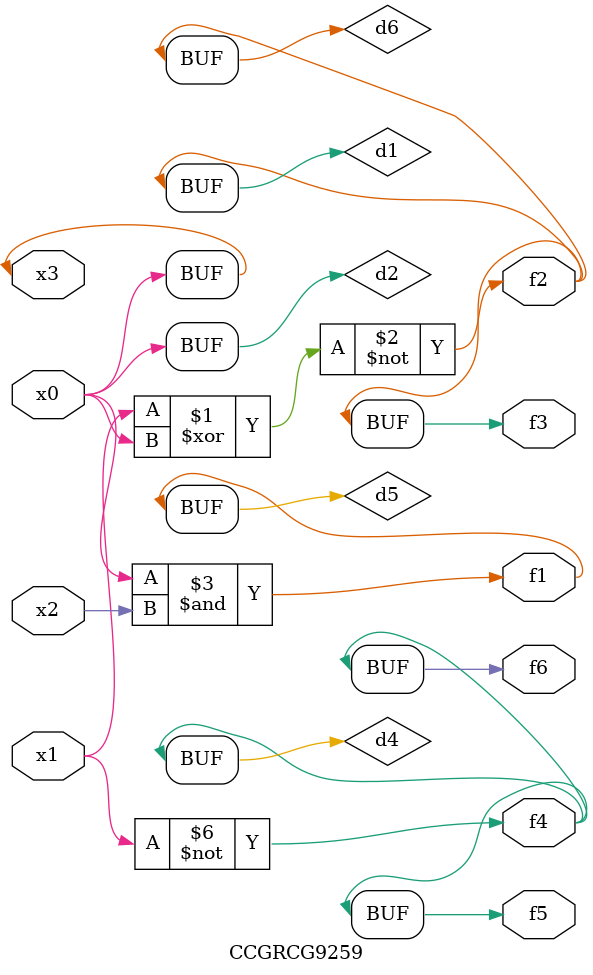
<source format=v>
module CCGRCG9259(
	input x0, x1, x2, x3,
	output f1, f2, f3, f4, f5, f6
);

	wire d1, d2, d3, d4, d5, d6;

	xnor (d1, x1, x3);
	buf (d2, x0, x3);
	nand (d3, x0, x2);
	not (d4, x1);
	nand (d5, d3);
	or (d6, d1);
	assign f1 = d5;
	assign f2 = d6;
	assign f3 = d6;
	assign f4 = d4;
	assign f5 = d4;
	assign f6 = d4;
endmodule

</source>
